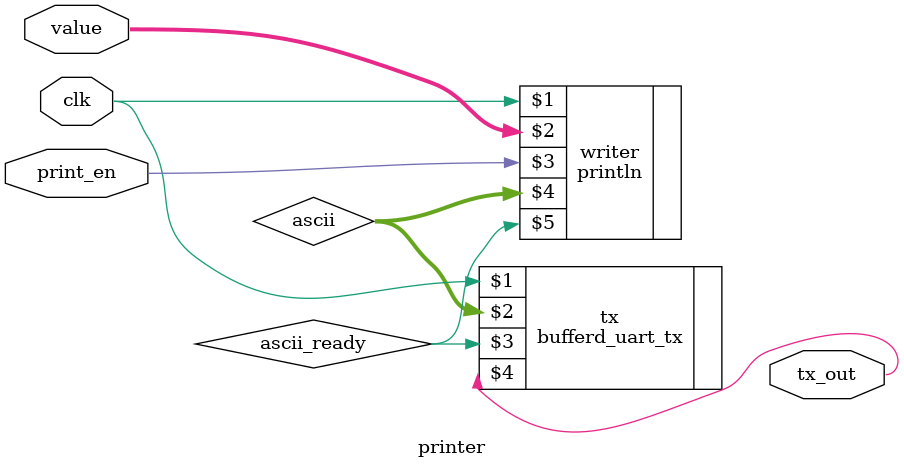
<source format=v>
module printer(clk,print_en,value,tx_out);
input clk;
input print_en;
input [15:0] value;

output tx_out;

wire [7:0] ascii;
wire ascii_ready;

println writer(clk,value,print_en,ascii,ascii_ready);
bufferd_uart_tx tx(clk,ascii,ascii_ready,tx_out);

endmodule

</source>
